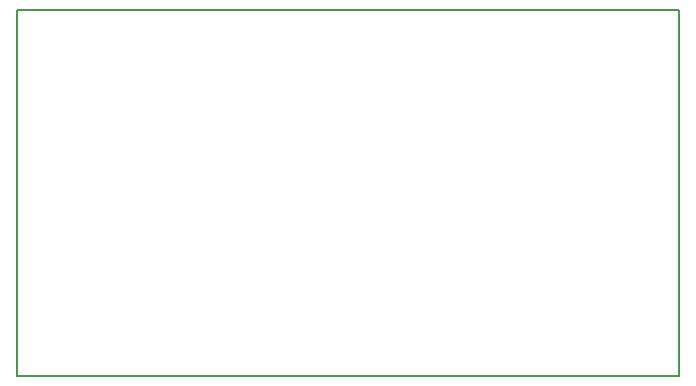
<source format=gbr>
G04 (created by PCBNEW (2013-03-31 BZR 4008)-stable) date 2013-07-27 3:47:37 PM*
%MOIN*%
G04 Gerber Fmt 3.4, Leading zero omitted, Abs format*
%FSLAX34Y34*%
G01*
G70*
G90*
G04 APERTURE LIST*
%ADD10C,0.006*%
%ADD11C,0.00590551*%
G04 APERTURE END LIST*
G54D10*
G54D11*
X10236Y-20078D02*
X12598Y-20078D01*
X10236Y-7874D02*
X10236Y-20078D01*
X12598Y-7874D02*
X10236Y-7874D01*
X12598Y-20078D02*
X32283Y-20078D01*
X32283Y-7874D02*
X12598Y-7874D01*
X32283Y-7874D02*
X32283Y-20078D01*
M02*

</source>
